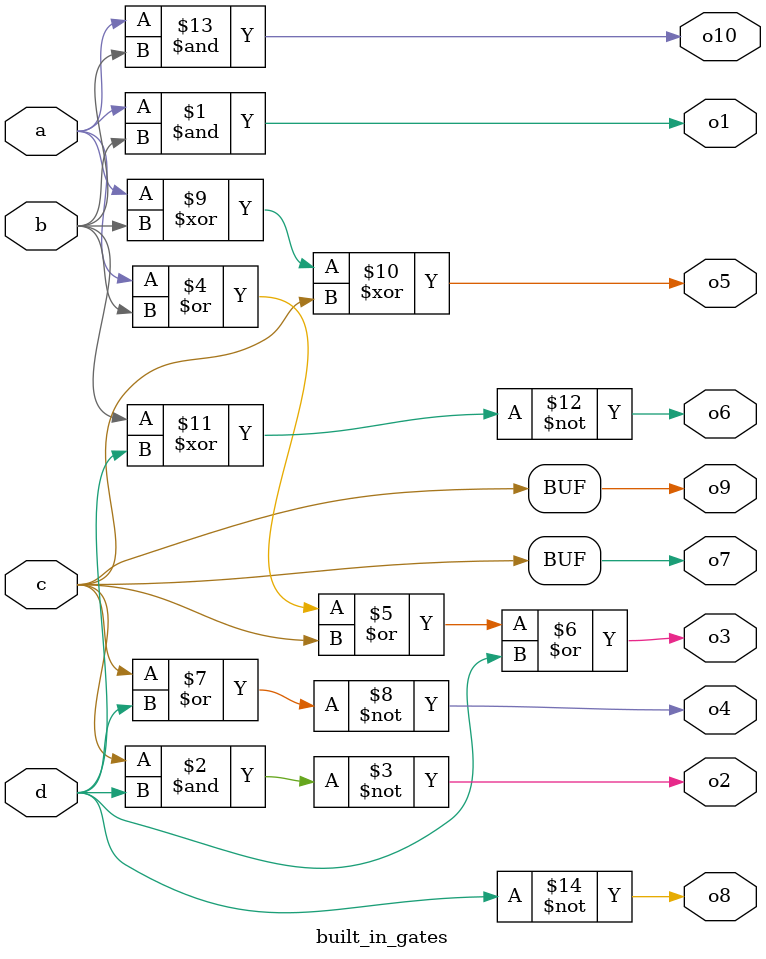
<source format=v>
`timescale 1us / 1ns // mandatory because of the delays

module built_in_gates(
    input a, b, c, d, 
    output o1, o2, o3, o4, o5, o6, o7, o8, o9, o10
);

and     and1    (o1, a, b); 
nand    nand1   (o2, c, d);
or      or1     (o3, a, b, c, d);
nor     nor1    (o4, c, d);
xor     xor1    (o5, a, b, c);
xnor    xnor1   (o6, b, d); 
buf     buf1    (o7, c);
not     not1    (o8, d);

// Gates with delays
buf #0.1 buf_dly (o9, c); // this delay requires timescale 
and #0.2 and_dly (o10, a, b); // compare this wave with and1

endmodule
</source>
